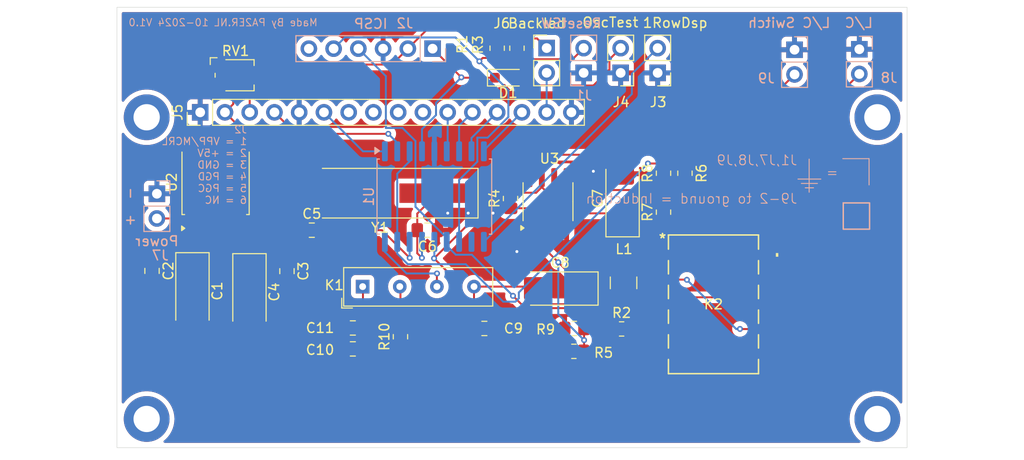
<source format=kicad_pcb>
(kicad_pcb (version 20240108) (generator "pcbnew") (generator_version "8.0")
  (layers (0 "F.Cu" signal) (31 "B.Cu" signal) (34 "B.Paste" user) (35 "F.Paste" user) (36 "B.SilkS" user "B.Silkscreen") (37 "F.SilkS" user "F.Silkscreen") (38 "B.Mask" user) (39 "F.Mask" user) (44 "Edge.Cuts" user))
  (net 0 "")
  (net 1 "GND")
  (net 2 "+5-12V")
  (net 3 "+5V")
  (net 4 "Net-(U1-OSC1{slash}CLKIN)")
  (net 5 "Net-(U1-OSC2{slash}CLKOUT)")
  (net 6 "Net-(U3--)")
  (net 7 "Net-(U3-+)")
  (net 8 "Net-(C8-Pad2)")
  (net 9 "Net-(C10-Pad1)")
  (net 10 "Net-(D1-A)")
  (net 11 "VPP{slash}MCRL")
  (net 12 "PGC")
  (net 13 "PGD")
  (net 14 "RB4")
  (net 15 "RB6")
  (net 16 "RB2")
  (net 19 "RA3")
  (net 20 "RB0")
  (net 21 "RB3")
  (net 22 "RB1")
  (net 24 "Net-(J5-Pin_3)")
  (net 25 "Net-(J5-Pin_15)")
  (net 27 "RA2")
  (net 28 "L{slash}C")
  (net 29 "L{slash}C SW")
  (net 32 "Net-(K2-Pad2)")
  (net 33 "RB7")
  (net 34 "Net-(R4-Pad2)")
  (net 35 "RA4")
  (net 37 "RA1")
  (net 38 "Net-(U3-BAL)")
  (net 40 "Net-(K1-Pad3)")
  (footprint "Capacitor_Tantalum_SMD:CP_EIA-6032-28_Kemet-C_Pad2.25x2.35mm_HandSolder" (layer "F.Cu") (at 144.6 81.1 180)
    (property "Reference" "C8" (at -0.05 2.65 0) (layer "F.SilkS"))
    (property "Value" "10uf 25V")
    (pad "1" smd roundrect (at -2.55 0 180) (size 2.25 2.35) (layers "F.Cu" "F.Paste" "F.Mask") (roundrect_rratio 0.111111) (net 7 "Net-(U3-+)"))
    (pad "2" smd roundrect (at 2.55 0 180) (size 2.25 2.35) (layers "F.Cu" "F.Paste" "F.Mask") (roundrect_rratio 0.111111) (net 8 "Net-(C8-Pad2)"))
  )
  (footprint "Potentiometer_SMD:Potentiometer_Bourns_TC33X_Vertical" (layer "F.Cu") (at 111.326 59.182)
    (property "Reference" "RV1" (at 0 -2.5 0) (layer "F.SilkS"))
    (property "Value" "10K")
    (pad "1" smd rect (at -1.8 -1) (size 1.2 1.2) (layers "F.Cu" "F.Paste" "F.Mask") (net 3 "+5V"))
    (pad "2" smd rect (at 1.45 0) (size 1.5 1.6) (layers "F.Cu" "F.Paste" "F.Mask") (net 24 "Net-(J5-Pin_3)"))
    (pad "3" smd rect (at -1.8 1) (size 1.2 1.2) (layers "F.Cu" "F.Paste" "F.Mask") (net 1 "GND"))
  )
  (footprint "Resistor_SMD:R_0805_2012Metric_Pad1.20x1.40mm_HandSolder" (layer "F.Cu") (at 157.45 69.25 90)
    (property "Reference" "R6" (at 0 1.7 90) (layer "F.SilkS"))
    (property "Value" "1K")
    (pad "1" smd roundrect (at -1 0 90) (size 1.2 1.4) (layers "F.Cu" "F.Paste" "F.Mask") (roundrect_rratio 0.208333) (net 34 "Net-(R4-Pad2)"))
    (pad "2" smd roundrect (at 1 0 90) (size 1.2 1.4) (layers "F.Cu" "F.Paste" "F.Mask") (roundrect_rratio 0.208333) (net 3 "+5V"))
  )
  (footprint "Resistor_SMD:R_0805_2012Metric_Pad1.20x1.40mm_HandSolder" (layer "F.Cu") (at 139.55 71.85 90)
    (property "Reference" "R4" (at 0 -1.65 90) (layer "F.SilkS"))
    (property "Value" "100K")
    (pad "1" smd roundrect (at -1 0 90) (size 1.2 1.4) (layers "F.Cu" "F.Paste" "F.Mask") (roundrect_rratio 0.208333) (net 7 "Net-(U3-+)"))
    (pad "2" smd roundrect (at 1 0 90) (size 1.2 1.4) (layers "F.Cu" "F.Paste" "F.Mask") (roundrect_rratio 0.208333) (net 34 "Net-(R4-Pad2)"))
  )
  (footprint "Capacitor_SMD:C_0805_2012Metric_Pad1.18x1.45mm_HandSolder" (layer "F.Cu") (at 119.15 75.1)
    (property "Reference" "C5" (at 0 -1.68 0) (layer "F.SilkS"))
    (property "Value" "20pF")
    (pad "1" smd roundrect (at -1.0375 0) (size 1.175 1.45) (layers "F.Cu" "F.Paste" "F.Mask") (roundrect_rratio 0.212766) (net 1 "GND"))
    (pad "2" smd roundrect (at 1.0375 0) (size 1.175 1.45) (layers "F.Cu" "F.Paste" "F.Mask") (roundrect_rratio 0.212766) (net 4 "Net-(U1-OSC1{slash}CLKIN)"))
  )
  (footprint "TQ2SA-5V:RELAY_TQ2_SA_PAN-L" (layer "F.Cu") (at 160.3784 82.72)
    (property "Reference" "K2" (at 0 0 0) (layer "F.SilkS"))
    (property "Value" "TQ2SA-5V")
    (fp_text user "*" (at -5.2324 -6.731 0) (layer "F.SilkS"))
    (fp_text user "*" (at -5.2324 -6.731 0) (layer "F.SilkS"))
    (pad "1" smd rect (at -4.9784 -5.08) (size 2.3368 0.508) (layers "F.Cu" "F.Paste" "F.Mask") (net 3 "+5V"))
    (pad "2" smd rect (at -4.9784 -2.54) (size 2.3368 0.508) (layers "F.Cu" "F.Paste" "F.Mask") (net 32 "Net-(K2-Pad2)"))
    (pad "3" smd rect (at -4.9784 0) (size 2.3368 0.508) (layers "F.Cu" "F.Paste" "F.Mask") (net 1 "GND"))
    (pad "4" smd rect (at -4.9784 2.54) (size 2.3368 0.508) (layers "F.Cu" "F.Paste" "F.Mask") (net 33 "RB7"))
    (pad "5" smd rect (at -4.9784 5.08) (size 2.3368 0.508) (layers "F.Cu" "F.Paste" "F.Mask"))
    (pad "6" smd rect (at 4.9784 5.08) (size 2.3368 0.508) (layers "F.Cu" "F.Paste" "F.Mask"))
    (pad "7" smd rect (at 4.9784 2.54) (size 2.3368 0.508) (layers "F.Cu" "F.Paste" "F.Mask") (net 32 "Net-(K2-Pad2)"))
    (pad "8" smd rect (at 4.9784 0) (size 2.3368 0.508) (layers "F.Cu" "F.Paste" "F.Mask") (net 28 "L{slash}C"))
    (pad "9" smd rect (at 4.9784 -2.54) (size 2.3368 0.508) (layers "F.Cu" "F.Paste" "F.Mask") (net 8 "Net-(C8-Pad2)"))
    (pad "10" smd rect (at 4.9784 -5.08) (size 2.3368 0.508) (layers "F.Cu" "F.Paste" "F.Mask") (net 29 "L{slash}C SW"))
  )
  (footprint "Resistor_SMD:R_0805_2012Metric_Pad1.20x1.40mm_HandSolder" (layer "F.Cu") (at 146.05 87.55 180)
    (property "Reference" "R5" (at -3.05 -0.15 0) (layer "F.SilkS"))
    (property "Value" "100K")
    (pad "1" smd roundrect (at -1 0 180) (size 1.2 1.4) (layers "F.Cu" "F.Paste" "F.Mask") (roundrect_rratio 0.208333) (net 7 "Net-(U3-+)"))
    (pad "2" smd roundrect (at 1 0 180) (size 1.2 1.4) (layers "F.Cu" "F.Paste" "F.Mask") (roundrect_rratio 0.208333) (net 3 "+5V"))
  )
  (footprint "Capacitor_SMD:C_0805_2012Metric_Pad1.18x1.45mm_HandSolder" (layer "F.Cu") (at 136.8625 85.2)
    (property "Reference" "C9" (at 2.9875 0 0) (layer "F.SilkS"))
    (property "Value" "1000pF 1%")
    (pad "1" smd roundrect (at -1.0375 0) (size 1.175 1.45) (layers "F.Cu" "F.Paste" "F.Mask") (roundrect_rratio 0.212766) (net 8 "Net-(C8-Pad2)"))
    (pad "2" smd roundrect (at 1.0375 0) (size 1.175 1.45) (layers "F.Cu" "F.Paste" "F.Mask") (roundrect_rratio 0.212766) (net 1 "GND"))
  )
  (footprint "Connector_PinHeader_2.54mm:PinHeader_1x02_P2.54mm_Vertical" (layer "F.Cu") (at 154.65 58.938 180)
    (property "Reference" "J3" (at -0.05 -3.012 0) (layer "F.SilkS"))
    (property "Value" "1RowDsp" (at -1.8 5.138 0) (layer "F.SilkS"))
    (pad "1" thru_hole rect (at 0 0 180) (size 1.7 1.7) (drill 1) (layers "*.Cu" "*.Mask") (net 1 "GND"))
    (pad "2" thru_hole oval (at 0 2.54 180) (size 1.7 1.7) (drill 1) (layers "*.Cu" "*.Mask") (net 14 "RB4"))
  )
  (footprint "Capacitor_Tantalum_SMD:CP_EIA-6032-28_Kemet-C_Pad2.25x2.35mm_HandSolder" (layer "F.Cu") (at 112.75 81.45 -90)
    (property "Reference" "C4" (at 0 -2.55 90) (layer "F.SilkS"))
    (property "Value" "10uf 25V")
    (pad "1" smd roundrect (at -2.55 0 270) (size 2.25 2.35) (layers "F.Cu" "F.Paste" "F.Mask") (roundrect_rratio 0.111111) (net 3 "+5V"))
    (pad "2" smd roundrect (at 2.55 0 270) (size 2.25 2.35) (layers "F.Cu" "F.Paste" "F.Mask") (roundrect_rratio 0.111111) (net 1 "GND"))
  )
  (footprint "Inductor_SMD:L_1210_3225Metric_Pad1.42x2.65mm_HandSolder" (layer "F.Cu") (at 151.15 80.5125 -90)
    (property "Reference" "L1" (at -3.4625 -0.05 180) (layer "F.SilkS"))
    (property "Value" "82uH")
    (pad "1" smd roundrect (at -1.4875 0 270) (size 1.425 2.65) (layers "F.Cu" "F.Paste" "F.Mask") (roundrect_rratio 0.175439) (net 32 "Net-(K2-Pad2)"))
    (pad "2" smd roundrect (at 1.4875 0 270) (size 1.425 2.65) (layers "F.Cu" "F.Paste" "F.Mask") (roundrect_rratio 0.175439) (net 8 "Net-(C8-Pad2)"))
  )
  (footprint "MountingHole:MountingHole_2.7mm_M2.5_DIN965_Pad" (layer "F.Cu") (at 102.2 63.5)
    (property "Reference" "REF**" (hide yes))
    (property "Value" "MountingHole_2.7mm_M2.5_DIN965_Pad")
    (pad "1" thru_hole circle (at 0 0) (size 4.7 4.7) (drill 2.7) (layers "*.Cu" "*.Mask"))
  )
  (footprint "Resistor_SMD:R_0805_2012Metric_Pad1.20x1.40mm_HandSolder" (layer "F.Cu") (at 155.25 73.25 90)
    (property "Reference" "R7" (at 0 -1.65 90) (layer "F.SilkS"))
    (property "Value" "47K")
    (pad "1" smd roundrect (at -1 0 90) (size 1.2 1.4) (layers "F.Cu" "F.Paste" "F.Mask") (roundrect_rratio 0.208333) (net 6 "Net-(U3--)"))
    (pad "2" smd roundrect (at 1 0 90) (size 1.2 1.4) (layers "F.Cu" "F.Paste" "F.Mask") (roundrect_rratio 0.208333) (net 34 "Net-(R4-Pad2)"))
  )
  (footprint "Package_TO_SOT_SMD:TO-252-3_TabPin2" (layer "F.Cu") (at 109.275 70.185 90)
    (property "Reference" "U2" (at 0 -4.5 90) (layer "F.SilkS"))
    (property "Value" "L7805")
    (pad "1" smd roundrect (at -5.04 -2.28 90) (size 2.2 1.2) (layers "F.Cu" "F.Paste" "F.Mask") (roundrect_rratio 0.208333) (net 2 "+5-12V"))
    (pad "2" smd roundrect (at -5.04 0 90) (size 2.2 1.2) (layers "F.Cu" "F.Paste" "F.Mask") (roundrect_rratio 0.208333) (net 1 "GND"))
    (pad "2" smd roundrect (at -0.415 -1.525 90) (size 3.05 2.75) (layers "F.Cu" "F.Paste") (roundrect_rratio 0.090909) (net 1 "GND"))
    (pad "2" smd roundrect (at -0.415 1.525 90) (size 3.05 2.75) (layers "F.Cu" "F.Paste") (roundrect_rratio 0.090909) (net 1 "GND"))
    (pad "2" smd roundrect (at 1.26 0 90) (size 6.4 5.8) (layers "F.Cu" "F.Mask") (roundrect_rratio 0.043103) (net 1 "GND"))
    (pad "2" smd roundrect (at 2.935 -1.525 90) (size 3.05 2.75) (layers "F.Cu" "F.Paste") (roundrect_rratio 0.090909) (net 1 "GND"))
    (pad "2" smd roundrect (at 2.935 1.525 90) (size 3.05 2.75) (layers "F.Cu" "F.Paste") (roundrect_rratio 0.090909) (net 1 "GND"))
    (pad "3" smd roundrect (at -5.04 2.28 90) (size 2.2 1.2) (layers "F.Cu" "F.Paste" "F.Mask") (roundrect_rratio 0.208333) (net 3 "+5V"))
  )
  (footprint "Capacitor_SMD:C_0805_2012Metric_Pad1.18x1.45mm_HandSolder" (layer "F.Cu") (at 131.0125 75.1 180)
    (property "Reference" "C6" (at 0 -1.68 0) (layer "F.SilkS"))
    (property "Value" "20pF")
    (pad "1" smd roundrect (at -1.0375 0 180) (size 1.175 1.45) (layers "F.Cu" "F.Paste" "F.Mask") (roundrect_rratio 0.212766) (net 1 "GND"))
    (pad "2" smd roundrect (at 1.0375 0 180) (size 1.175 1.45) (layers "F.Cu" "F.Paste" "F.Mask") (roundrect_rratio 0.212766) (net 5 "Net-(U1-OSC2{slash}CLKOUT)"))
  )
  (footprint "Resistor_SMD:R_0805_2012Metric_Pad1.20x1.40mm_HandSolder" (layer "F.Cu") (at 138.176 56.404 90)
    (property "Reference" "R1" (at 0.404 -3.576 90) (layer "F.SilkS"))
    (property "Value" "10K")
    (pad "1" smd roundrect (at -1 0 90) (size 1.2 1.4) (layers "F.Cu" "F.Paste" "F.Mask") (roundrect_rratio 0.208333) (net 12 "PGC"))
    (pad "2" smd roundrect (at 1 0 90) (size 1.2 1.4) (layers "F.Cu" "F.Paste" "F.Mask") (roundrect_rratio 0.208333) (net 15 "RB6"))
  )
  (footprint "MountingHole:MountingHole_2.7mm_M2.5_DIN965_Pad" (layer "F.Cu") (at 102.2 94.5)
    (property "Reference" "REF**" (hide yes))
    (property "Value" "MountingHole_2.7mm_M2.5_DIN965_Pad")
    (pad "1" thru_hole circle (at 0 0) (size 4.7 4.7) (drill 2.7) (layers "*.Cu" "*.Mask"))
  )
  (footprint "MountingHole:MountingHole_2.7mm_M2.5_DIN965_Pad" (layer "F.Cu") (at 177.2 94.5)
    (property "Reference" "REF**" (hide yes))
    (property "Value" "MountingHole_2.7mm_M2.5_DIN965_Pad")
    (pad "1" thru_hole circle (at 0 0) (size 4.7 4.7) (drill 2.7) (layers "*.Cu" "*.Mask"))
  )
  (footprint "Capacitor_Tantalum_SMD:CP_EIA-6032-28_Kemet-C_Pad2.25x2.35mm_HandSolder" (layer "F.Cu") (at 151.05 71.85 90)
    (property "Reference" "C7" (at 0 -2.55 90) (layer "F.SilkS"))
    (property "Value" "10uf 25V")
    (pad "1" smd roundrect (at -2.55 0 90) (size 2.25 2.35) (layers "F.Cu" "F.Paste" "F.Mask") (roundrect_rratio 0.111111) (net 6 "Net-(U3--)"))
    (pad "2" smd roundrect (at 2.55 0 90) (size 2.25 2.35) (layers "F.Cu" "F.Paste" "F.Mask") (roundrect_rratio 0.111111) (net 1 "GND"))
  )
  (footprint "Resistor_SMD:R_0805_2012Metric_Pad1.20x1.40mm_HandSolder" (layer "F.Cu") (at 146.1 85.2)
    (property "Reference" "R9" (at -2.95 0.1 0) (layer "F.SilkS"))
    (property "Value" "100K")
    (pad "1" smd roundrect (at -1 0) (size 1.2 1.4) (layers "F.Cu" "F.Paste" "F.Mask") (roundrect_rratio 0.208333) (net 1 "GND"))
    (pad "2" smd roundrect (at 1 0) (size 1.2 1.4) (layers "F.Cu" "F.Paste" "F.Mask") (roundrect_rratio 0.208333) (net 7 "Net-(U3-+)"))
  )
  (footprint "Resistor_SMD:R_0805_2012Metric_Pad1.20x1.40mm_HandSolder" (layer "F.Cu") (at 128.25 86.05 90)
    (property "Reference" "R10" (at 0 -1.65 90) (layer "F.SilkS"))
    (property "Value" "100")
    (pad "1" smd roundrect (at -1 0 90) (size 1.2 1.4) (layers "F.Cu" "F.Paste" "F.Mask") (roundrect_rratio 0.208333) (net 3 "+5V"))
    (pad "2" smd roundrect (at 1 0 90) (size 1.2 1.4) (layers "F.Cu" "F.Paste" "F.Mask") (roundrect_rratio 0.208333) (net 40 "Net-(K1-Pad3)"))
  )
  (footprint "Resistor_SMD:R_0805_2012Metric_Pad1.20x1.40mm_HandSolder" (layer "F.Cu") (at 140.208 56.404 -90)
    (property "Reference" "R3" (at -0.354 4.008 90) (layer "F.SilkS"))
    (property "Value" "10K")
    (pad "1" smd roundrect (at -1 0 270) (size 1.2 1.4) (layers "F.Cu" "F.Paste" "F.Mask") (roundrect_rratio 0.208333) (net 3 "+5V"))
    (pad "2" smd roundrect (at 1 0 270) (size 1.2 1.4) (layers "F.Cu" "F.Paste" "F.Mask") (roundrect_rratio 0.208333) (net 10 "Net-(D1-A)"))
  )
  (footprint "MountingHole:MountingHole_2.7mm_M2.5_DIN965_Pad" (layer "F.Cu") (at 177.2 63.5)
    (property "Reference" "REF**" (hide yes))
    (property "Value" "MountingHole_2.7mm_M2.5_DIN965_Pad")
    (pad "1" thru_hole circle (at 0 0) (size 4.7 4.7) (drill 2.7) (layers "*.Cu" "*.Mask"))
  )
  (footprint "Capacitor_Tantalum_SMD:CP_EIA-6032-28_Kemet-C_Pad2.25x2.35mm_HandSolder" (layer "F.Cu") (at 106.9 81.35 -90)
    (property "Reference" "C1" (at 0 -2.55 90) (layer "F.SilkS"))
    (property "Value" "10uf 25V")
    (pad "1" smd roundrect (at -2.55 0 270) (size 2.25 2.35) (layers "F.Cu" "F.Paste" "F.Mask") (roundrect_rratio 0.111111) (net 2 "+5-12V"))
    (pad "2" smd roundrect (at 2.55 0 270) (size 2.25 2.35) (layers "F.Cu" "F.Paste" "F.Mask") (roundrect_rratio 0.111111) (net 1 "GND"))
  )
  (footprint "Connector_PinHeader_2.54mm:PinHeader_1x16_P2.54mm_Vertical" (layer "F.Cu") (at 107.696 62.992 90)
    (property "Reference" "J5" (at 0 -2.33 90) (layer "F.SilkS"))
    (property "Value" "Display")
    (pad "1" thru_hole rect (at 0 0 90) (size 1.7 1.7) (drill 1) (layers "*.Cu" "*.Mask") (net 1 "GND"))
    (pad "2" thru_hole oval (at 0 2.54 90) (size 1.7 1.7) (drill 1) (layers "*.Cu" "*.Mask") (net 3 "+5V"))
    (pad "3" thru_hole oval (at 0 5.08 90) (size 1.7 1.7) (drill 1) (layers "*.Cu" "*.Mask") (net 24 "Net-(J5-Pin_3)"))
    (pad "4" thru_hole oval (at 0 7.62 90) (size 1.7 1.7) (drill 1) (layers "*.Cu" "*.Mask") (net 19 "RA3"))
    (pad "5" thru_hole oval (at 0 10.16 90) (size 1.7 1.7) (drill 1) (layers "*.Cu" "*.Mask") (net 1 "GND"))
    (pad "6" thru_hole oval (at 0 12.7 90) (size 1.7 1.7) (drill 1) (layers "*.Cu" "*.Mask") (net 27 "RA2"))
    (pad "7" thru_hole oval (at 0 15.24 90) (size 1.7 1.7) (drill 1) (layers "*.Cu" "*.Mask"))
    (pad "8" thru_hole oval (at 0 17.78 90) (size 1.7 1.7) (drill 1) (layers "*.Cu" "*.Mask"))
    (pad "9" thru_hole oval (at 0 20.32 90) (size 1.7 1.7) (drill 1) (layers "*.Cu" "*.Mask"))
    (pad "10" thru_hole oval (at 0 22.86 90) (size 1.7 1.7) (drill 1) (layers "*.Cu" "*.Mask"))
    (pad "11" thru_hole oval (at 0 25.4 90) (size 1.7 1.7) (drill 1) (layers "*.Cu" "*.Mask") (net 20 "RB0"))
    (pad "12" thru_hole oval (at 0 27.94 90) (size 1.7 1.7) (drill 1) (layers "*.Cu" "*.Mask") (net 22 "RB1"))
    (pad "13" thru_hole oval (at 0 30.48 90) (size 1.7 1.7) (drill 1) (layers "*.Cu" "*.Mask") (net 16 "RB2"))
    (pad "14" thru_hole oval (at 0 33.02 90) (size 1.7 1.7) (drill 1) (layers "*.Cu" "*.Mask") (net 21 "RB3"))
    (pad "15" thru_hole oval (at 0 35.56 90) (size 1.7 1.7) (drill 1) (layers "*.Cu" "*.Mask") (net 25 "Net-(J5-Pin_15)"))
    (pad "16" thru_hole oval (at 0 38.1 90) (size 1.7 1.7) (drill 1) (layers "*.Cu" "*.Mask") (net 1 "GND"))
  )
  (footprint "Resistor_SMD:R_0805_2012Metric_Pad1.20x1.40mm_HandSolder" (layer "F.Cu") (at 155.25 69.25 90)
    (property "Reference" "R8" (at 0 -1.65 90) (layer "F.SilkS"))
    (property "Value" "6.8K")
    (pad "1" smd roundrect (at -1 0 90) (size 1.2 1.4) (layers "F.Cu" "F.Paste" "F.Mask") (roundrect_rratio 0.208333) (net 34 "Net-(R4-Pad2)"))
    (pad "2" smd roundrect (at 1 0 90) (size 1.2 1.4) (layers "F.Cu" "F.Paste" "F.Mask") (roundrect_rratio 0.208333) (net 35 "RA4"))
  )
  (footprint "Relay_THT:Relay_SPST_StandexMeder_MS_Form1AB" (layer "F.Cu") (at 124.37 80.9)
    (property "Reference" "K1" (at -2.92 -0.15 0) (layer "F.SilkS"))
    (property "Value" "SIP-1A05D")
    (pad "1" thru_hole rect (at 0 0) (size 1.4 1.4) (drill 0.7) (layers "*.Cu" "*.Mask") (net 9 "Net-(C10-Pad1)"))
    (pad "3" thru_hole circle (at 3.81 0) (size 1.4 1.4) (drill 0.7) (layers "*.Cu" "*.Mask") (net 40 "Net-(K1-Pad3)"))
    (pad "5" thru_hole circle (at 7.62 0) (size 1.4 1.4) (drill 0.7) (layers "*.Cu" "*.Mask") (net 37 "RA1"))
    (pad "7" thru_hole circle (at 11.43 0) (size 1.4 1.4) (drill 0.7) (layers "*.Cu" "*.Mask") (net 8 "Net-(C8-Pad2)"))
  )
  (footprint "Capacitor_SMD:C_0805_2012Metric_Pad1.18x1.45mm_HandSolder" (layer "F.Cu") (at 123.3625 85.15 180)
    (property "Reference" "C11" (at 3.3625 0 0) (layer "F.SilkS"))
    (property "Value" "1000pF")
    (pad "1" smd roundrect (at -1.0375 0 180) (size 1.175 1.45) (layers "F.Cu" "F.Paste" "F.Mask") (roundrect_rratio 0.212766) (net 9 "Net-(C10-Pad1)"))
    (pad "2" smd roundrect (at 1.0375 0 180) (size 1.175 1.45) (layers "F.Cu" "F.Paste" "F.Mask") (roundrect_rratio 0.212766) (net 1 "GND"))
  )
  (footprint "Crystal:Crystal_SMD_HC49-SD_HandSoldering" (layer "F.Cu") (at 126.1375 71.3 180)
    (property "Reference" "Y1" (at 0 -3.55 0) (layer "F.SilkS"))
    (property "Value" "4MHz 20PF")
    (pad "1" smd rect (at -5.9375 0 180) (size 7.875 2) (layers "F.Cu" "F.Paste" "F.Mask") (net 5 "Net-(U1-OSC2{slash}CLKOUT)"))
    (pad "2" smd rect (at 5.9375 0 180) (size 7.875 2) (layers "F.Cu" "F.Paste" "F.Mask") (net 4 "Net-(U1-OSC1{slash}CLKIN)"))
  )
  (footprint "Diode_SMD:D_SOD-323_HandSoldering" (layer "F.Cu") (at 139.192 59.436)
    (property "Reference" "D1" (at 0.108 1.564 0) (layer "F.SilkS"))
    (property "Value" "1N4148WX-TP")
    (pad "1" smd roundrect (at -1.25 0) (size 1 1) (layers "F.Cu" "F.Paste" "F.Mask") (net 11 "VPP{slash}MCRL"))
    (pad "2" smd roundrect (at 1.25 0) (size 1 1) (layers "F.Cu" "F.Paste" "F.Mask") (net 10 "Net-(D1-A)"))
  )
  (footprint "Capacitor_SMD:C_0805_2012Metric_Pad1.18x1.45mm_HandSolder" (layer "F.Cu") (at 123.3625 87.3 180)
    (property "Reference" "C10" (at 3.3625 -0.1 0) (layer "F.SilkS"))
    (property "Value" "100pF")
    (pad "1" smd roundrect (at -1.0375 0 180) (size 1.175 1.45) (layers "F.Cu" "F.Paste" "F.Mask") (roundrect_rratio 0.212766) (net 9 "Net-(C10-Pad1)"))
    (pad "2" smd roundrect (at 1.0375 0 180) (size 1.175 1.45) (layers "F.Cu" "F.Paste" "F.Mask") (roundrect_rratio 0.212766) (net 1 "GND"))
  )
  (footprint "Connector_PinHeader_2.54mm:PinHeader_1x02_P2.54mm_Vertical" (layer "F.Cu") (at 143.256 56.388)
    (property "Reference" "J6" (at -4.606 -2.538 0) (layer "F.SilkS"))
    (property "Value" "Backled" (at -1.016 -2.54 180) (layer "F.SilkS"))
    (pad "1" thru_hole rect (at 0 0) (size 1.7 1.7) (drill 1) (layers "*.Cu" "*.Mask") (net 3 "+5V"))
    (pad "2" thru_hole oval (at 0 2.54) (size 1.7 1.7) (drill 1) (layers "*.Cu" "*.Mask") (net 25 "Net-(J5-Pin_15)"))
  )
  (footprint "Capacitor_SMD:C_0805_2012Metric_Pad1.18x1.45mm_HandSolder" (layer "F.Cu") (at 116.6 79.3125 -90)
    (property "Reference" "C3" (at 0 -1.68 90) (layer "F.SilkS"))
    (property "Value" "0.1uf")
    (pad "1" smd roundrect (at -1.0375 0 270) (size 1.175 1.45) (layers "F.Cu" "F.Paste" "F.Mask") (roundrect_rratio 0.212766) (net 3 "+5V"))
    (pad "2" smd roundrect (at 1.0375 0 270) (size 1.175 1.45) (layers "F.Cu" "F.Paste" "F.Mask") (roundrect_rratio 0.212766) (net 1 "GND"))
  )
  (footprint "Resistor_SMD:R_0805_2012Metric_Pad1.20x1.40mm_HandSolder" (layer "F.Cu") (at 150.95 85.25)
    (property "Reference" "R2" (at 0 -1.65 0) (layer "F.SilkS"))
    (property "Value" "10K")
    (pad "1" smd roundrect (at -1 0) (size 1.2 1.4) (layers "F.Cu" "F.Paste" "F.Mask") (roundrect_rratio 0.208333) (net 13 "PGD"))
    (pad "2" smd roundrect (at 1 0) (size 1.2 1.4) (layers "F.Cu" "F.Paste" "F.Mask") (roundrect_rratio 0.208333) (net 33 "RB7"))
  )
  (footprint "Package_SO:SOIC-8_3.9x4.9mm_P1.27mm" (layer "F.Cu") (at 143.395 72.175 90)
    (property "Reference" "U3" (at 4.425 0.155 180) (layer "F.SilkS"))
    (property "Value" "LM311DR")
    (pad "1" smd roundrect (at -2.475 -1.905 90) (size 1.95 0.6) (layers "F.Cu" "F.Paste" "F.Mask") (net 1 "GND"))
    (pad "2" smd roundrect (at -2.475 -0.635 90) (size 1.95 0.6) (layers "F.Cu" "F.Paste" "F.Mask") (net 7 "Net-(U3-+)"))
    (pad "3" smd roundrect (at -2.475 0.635 90) (size 1.95 0.6) (layers "F.Cu" "F.Paste" "F.Mask") (net 6 "Net-(U3--)"))
    (pad "4" smd roundrect (at -2.475 1.905 90) (size 1.95 0.6) (layers "F.Cu" "F.Paste" "F.Mask") (net 1 "GND"))
    (pad "5" smd roundrect (at 2.475 1.905 90) (size 1.95 0.6) (layers "F.Cu" "F.Paste" "F.Mask") (net 38 "Net-(U3-BAL)"))
    (pad "6" smd roundrect (at 2.475 0.635 90) (size 1.95 0.6) (layers "F.Cu" "F.Paste" "F.Mask") (net 38 "Net-(U3-BAL)"))
    (pad "7" smd roundrect (at 2.475 -0.635 90) (size 1.95 0.6) (layers "F.Cu" "F.Paste" "F.Mask") (net 34 "Net-(R4-Pad2)"))
    (pad "8" smd roundrect (at 2.475 -1.905 90) (size 1.95 0.6) (layers "F.Cu" "F.Paste" "F.Mask") (net 3 "+5V"))
  )
  (footprint "Capacitor_SMD:C_0805_2012Metric_Pad1.18x1.45mm_HandSolder" (layer "F.Cu") (at 102.75 79.2875 -90)
    (property "Reference" "C2" (at 0 -1.68 90) (layer "F.SilkS"))
    (property "Value" "0.33uf")
    (pad "1" smd roundrect (at -1.0375 0 270) (size 1.175 1.45) (layers "F.Cu" "F.Paste" "F.Mask") (roundrect_rratio 0.212766) (net 2 "+5-12V"))
    (pad "2" smd roundrect (at 1.0375 0 270) (size 1.175 1.45) (layers "F.Cu" "F.Paste" "F.Mask") (roundrect_rratio 0.212766) (net 1 "GND"))
  )
  (footprint "Connector_PinHeader_2.54mm:PinHeader_1x02_P2.54mm_Vertical" (layer "F.Cu") (at 150.852 58.938 180)
    (property "Reference" "J4" (at -0.048 -3.012 0) (layer "F.SilkS"))
    (property "Value" "OscTest" (at 1.052 5.188 0) (layer "F.SilkS"))
    (pad "1" thru_hole rect (at 0 0 180) (size 1.7 1.7) (drill 1) (layers "*.Cu" "*.Mask") (net 1 "GND"))
    (pad "2" thru_hole oval (at 0 2.54 180) (size 1.7 1.7) (drill 1) (layers "*.Cu" "*.Mask") (net 15 "RB6"))
  )
  (footprint "Package_SO:SOIC-18W_7.5x11.6mm_P1.27mm" (layer "B.Cu") (at 131.73 71.65 -90)
    (property "Reference" "U1" (at 0 6.72 90) (layer "B.SilkS") (effects (justify mirror)))
    (property "Value" "PIC16F84A-XXSO")
    (pad "1" smd roundrect (at -4.65 5.08 270) (size 2.05 0.6) (layers "B.Cu" "B.Paste" "B.Mask") (net 27 "RA2"))
    (pad "2" smd roundrect (at -4.65 3.81 270) (size 2.05 0.6) (layers "B.Cu" "B.Paste" "B.Mask") (net 19 "RA3"))
    (pad "3" smd roundrect (at -4.65 2.54 270) (size 2.05 0.6) (layers "B.Cu" "B.Paste" "B.Mask") (net 35 "RA4"))
    (pad "4" smd roundrect (at -4.65 1.27 270) (size 2.05 0.6) (layers "B.Cu" "B.Paste" "B.Mask") (net 11 "VPP{slash}MCRL"))
    (pad "5" smd roundrect (at -4.65 0 270) (size 2.05 0.6) (layers "B.Cu" "B.Paste" "B.Mask") (net 1 "GND"))
    (pad "6" smd roundrect (at -4.65 -1.27 270) (size 2.05 0.6) (layers "B.Cu" "B.Paste" "B.Mask") (net 20 "RB0"))
    (pad "7" smd roundrect (at -4.65 -2.54 270) (size 2.05 0.6) (layers "B.Cu" "B.Paste" "B.Mask") (net 22 "RB1"))
    (pad "8" smd roundrect (at -4.65 -3.81 270) (size 2.05 0.6) (layers "B.Cu" "B.Paste" "B.Mask") (net 16 "RB2"))
    (pad "9" smd roundrect (at -4.65 -5.08 270) (size 2.05 0.6) (layers "B.Cu" "B.Paste" "B.Mask") (net 21 "RB3"))
    (pad "10" smd roundrect (at 4.65 -5.08 270) (size 2.05 0.6) (layers "B.Cu" "B.Paste" "B.Mask") (net 14 "RB4"))
    (pad "11" smd roundrect (at 4.65 -3.81 270) (size 2.05 0.6) (layers "B.Cu" "B.Paste" "B.Mask"))
    (pad "12" smd roundrect (at 4.65 -2.54 270) (size 2.05 0.6) (layers "B.Cu" "B.Paste" "B.Mask") (net 12 "PGC"))
    (pad "13" smd roundrect (at 4.65 -1.27 270) (size 2.05 0.6) (layers "B.Cu" "B.Paste" "B.Mask") (net 13 "PGD"))
    (pad "14" smd roundrect (at 4.65 0 270) (size 2.05 0.6) (layers "B.Cu" "B.Paste" "B.Mask") (net 3 "+5V"))
    (pad "15" smd roundrect (at 4.65 1.27 270) (size 2.05 0.6) (layers "B.Cu" "B.Paste" "B.Mask") (net 5 "Net-(U1-OSC2{slash}CLKOUT)"))
    (pad "16" smd roundrect (at 4.65 2.54 270) (size 2.05 0.6) (layers "B.Cu" "B.Paste" "B.Mask") (net 4 "Net-(U1-OSC1{slash}CLKIN)"))
    (pad "17" smd roundrect (at 4.65 3.81 270) (size 2.05 0.6) (layers "B.Cu" "B.Paste" "B.Mask") (net 35 "RA4"))
    (pad "18" smd roundrect (at 4.65 5.08 270) (size 2.05 0.6) (layers "B.Cu" "B.Paste" "B.Mask") (net 37 "RA1"))
  )
  (footprint "Connector_PinHeader_2.54mm:PinHeader_1x02_P2.54mm_Vertical" (layer "B.Cu") (at 103.25 71.36 180)
    (property "Reference" "J7" (at -0.35 -6.34 0) (layer "B.SilkS") (effects (justify mirror)))
    (property "Value" "Power" (at 0 -4.87 0) (layer "B.SilkS") (effects (justify mirror)))
    (pad "1" thru_hole rect (at 0 0 180) (size 1.7 1.7) (drill 1) (layers "*.Cu" "*.Mask") (net 1 "GND"))
    (pad "2" thru_hole oval (at 0 -2.54 180) (size 1.7 1.7) (drill 1) (layers "*.Cu" "*.Mask") (net 2 "+5-12V"))
  )
  (footprint "Connector_PinHeader_2.54mm:PinHeader_1x06_P2.54mm_Vertical" (layer "B.Cu") (at 131.55 56.45 90)
    (property "Reference" "J2" (at 2.6 -2.85 0) (layer "B.SilkS") (effects (justify mirror)))
    (property "Value" "ICSP" (at 2.55 -6.35 0) (layer "B.SilkS") (effects (justify mirror)))
    (pad "1" thru_hole rect (at 0 0 90) (size 1.7 1.7) (drill 1) (layers "*.Cu" "*.Mask") (net 11 "VPP{slash}MCRL"))
    (pad "2" thru_hole oval (at 0 -2.54 90) (size 1.7 1.7) (drill 1) (layers "*.Cu" "*.Mask") (net 3 "+5V"))
    (pad "3" thru_hole oval (at 0 -5.08 90) (size 1.7 1.7) (drill 1) (layers "*.Cu" "*.Mask") (net 1 "GND"))
    (pad "4" thru_hole oval (at 0 -7.62 90) (size 1.7 1.7) (drill 1) (layers "*.Cu" "*.Mask") (net 13 "PGD"))
    (pad "5" thru_hole oval (at 0 -10.16 90) (size 1.7 1.7) (drill 1) (layers "*.Cu" "*.Mask") (net 12 "PGC"))
    (pad "6" thru_hole oval (at 0 -12.7 90) (size 1.7 1.7) (drill 1) (layers "*.Cu" "*.Mask"))
  )
  (footprint "Connector_PinHeader_2.54mm:PinHeader_1x02_P2.54mm_Vertical" (layer "B.Cu") (at 147.054 58.938)
    (property "Reference" "J1" (at 0 2.33 0) (layer "B.SilkS") (effects (justify mirror)))
    (property "Value" "ResetSW" (at -1.27 -5.085 0) (layer "B.SilkS") (effects (justify mirror)))
    (pad "1" thru_hole rect (at 0 0) (size 1.7 1.7) (drill 1) (layers "*.Cu" "*.Mask") (net 1 "GND"))
    (pad "2" thru_hole oval (at 0 -2.54) (size 1.7 1.7) (drill 1) (layers "*.Cu" "*.Mask") (net 10 "Net-(D1-A)"))
  )
  (footprint "Connector_PinHeader_2.54mm:PinHeader_1x02_P2.54mm_Vertical" (layer "B.Cu") (at 175.35 56.51 180)
    (property "Reference" "J8" (at -3.05 -2.94 0) (layer "B.SilkS") (effects (justify mirror)))
    (property "Value" "L/C" (at 0.05 2.71 0) (layer "B.SilkS") (effects (justify mirror)))
    (pad "1" thru_hole rect (at 0 0 180) (size 1.7 1.7) (drill 1) (layers "*.Cu" "*.Mask") (net 1 "GND"))
    (pad "2" thru_hole oval (at 0 -2.54 180) (size 1.7 1.7) (drill 1) (layers "*.Cu" "*.Mask") (net 28 "L{slash}C"))
  )
  (footprint "Connector_PinHeader_2.54mm:PinHeader_1x02_P2.54mm_Vertical" (layer "B.Cu") (at 168.7 56.56 180)
    (property "Reference" "J9" (at 2.9 -2.94 0) (layer "B.SilkS") (effects (justify mirror)))
    (property "Value" "L/C Switch" (at 0.55 2.76 0) (layer "B.SilkS") (effects (justify mirror)))
    (pad "1" thru_hole rect (at 0 0 180) (size 1.7 1.7) (drill 1) (layers "*.Cu" "*.Mask") (net 1 "GND"))
    (pad "2" thru_hole oval (at 0 -2.54 180) (size 1.7 1.7) (drill 1) (layers "*.Cu" "*.Mask") (net 29 "L{slash}C SW"))
  )
  (gr_line (start 176.35 67.75) (end 176.35 70.45) (stroke (width 0.1)) (layer "B.SilkS"))
  (gr_line (start 170.65 70.75) (end 169.8 70.75) (stroke (width 0.1)) (layer "B.SilkS"))
  (gr_line (start 171.05 70.3) (end 169.4 70.3) (stroke (width 0.1)) (layer "B.SilkS"))
  (gr_line (start 176.35 67.75) (end 173.65 67.75) (stroke (width 0.1)) (layer "B.SilkS"))
  (gr_rect (start 173.7 72.3) (end 176.4 75) (stroke (width 0.15)) (fill none) (layer "B.SilkS"))
  (gr_line (start 171.4 69.85) (end 169.05 69.85) (stroke (width 0.1)) (layer "B.SilkS"))
  (gr_line (start 170.2 67.8) (end 170.2 71.2) (stroke (width 0.1)) (layer "B.SilkS"))
  (gr_rect (start 99.15 52.2) (end 180.25 97.45) (stroke (width 0.05)) (fill none) (layer "Edge.Cuts"))
  (gr_text "+  -" (at 101.05 74.8 90) (layer "B.SilkS") (effects (font (size 1 1)) (justify left bottom)))
  (gr_text "J1,J7,J8,J9" (at 169.05 68.5 0) (layer "B.SilkS") (effects (font (size 1 1) (thickness 0.1)) (justify left bottom mirror)))
  (gr_text "Made By PA2ER.NL 10-2024 V1.0" (at 119.8 54.2 0) (layer "B.SilkS") (effects (font (size 0.75 0.75) (thickness 0.09375)) (justify left bottom mirror)))
  (gr_text "J9-2 to ground = Induction" (at 169.05 72.45 0) (layer "B.SilkS") (effects (font (size 1 1) (thickness 0.1)) (justify left bottom mirror)))
  (gr_text "=" (at 173.25 69.75 0) (layer "B.SilkS") (effects (font (size 1 1) (thickness 0.1)) (justify left bottom mirror)))
  (gr_text "J2\n1 = VPP/MCRL\n2 = +5V\n3 = GND\n4 = PGD\n5 = PGC\n6 = NC" (at 112.55 72.45 0) (layer "B.SilkS") (effects (font (size 0.75 0.75) (thickness 0.1)) (justify left bottom mirror)))
  (via (at 137.75 73.35) (size 0.6) (drill 0.3) (layers "F.Cu" "B.Cu") (net 1))
  (via (at 135.2 73.35) (size 0.6) (drill 0.3) (layers "F.Cu" "B.Cu") (net 1))
  (via (at 133.1 73.35) (size 0.6) (drill 0.3) (layers "F.Cu" "B.Cu") (net 1))
  (via (at 148.05 69.05) (size 0.6) (drill 0.3) (layers "F.Cu" "B.Cu") (net 1))
  (via (at 140.2 77.3) (size 0.6) (drill 0.3) (layers "F.Cu" "B.Cu") (net 1))
  (segment (start 106.995 75.225) (end 105.67 73.9) (width 0.2) (layer "F.Cu") (net 2))
  (segment (start 106.9 78.8) (end 103.3 78.8) (width 0.2) (layer "F.Cu") (net 2))
  (segment (start 106.9 78.8) (end 106.9 75.32) (width 0.2) (layer "F.Cu") (net 2))
  (segment (start 106.9 75.32) (end 106.995 75.225) (width 0.2) (layer "F.Cu") (net 2))
  (segment (start 105.67 73.9) (end 103.25 73.9) (width 0.2) (layer "F.Cu") (net 2))
  (segment (start 103.3 78.8) (end 102.75 78.25) (width 0.2) (layer "F.Cu") (net 2))
  (segment (start 117.625 79.3) (end 117.625 84.825) (width 0.2) (layer "F.Cu") (net 3))
  (segment (start 126.975 88.325) (end 128.25 87.05) (width 0.2) (layer "F.Cu") (net 3))
  (segment (start 116.6 78.275) (end 117.625 79.3) (width 0.2) (layer "F.Cu") (net 3))
  (segment (start 109.626 58.082) (end 127.378 58.082) (width 0.2) (layer "F.Cu") (net 3))
  (segment (start 141.49 69.7) (end 141.49 68.725001) (width 0.2) (layer "F.Cu") (net 3))
  (segment (start 137.75 71.065256) (end 139.115256 69.7) (width 0.2) (layer "F.Cu") (net 3))
  (segment (start 111.086 62.142) (end 111.086 59.742) (width 0.2) (layer "F.Cu") (net 3))
  (segment (start 156.55 67.35) (end 157.45 68.25) (width 0.2) (layer "F.Cu") (net 3))
  (segment (start 130.956 54.504) (end 139.308 54.504) (width 0.2) (layer "F.Cu") (net 3))
  (segment (start 112.75 78.9) (end 115.975 78.9) (width 0.2) (layer "F.Cu") (net 3))
  (segment (start 128.75 87.55) (end 133.5 87.55) (width 0.2) (layer "F.Cu") (net 3))
  (segment (start 158.45 74.59) (end 158.45 69.25) (width 0.2) (layer "F.Cu") (net 3))
  (segment (start 139.115256 69.7) (end 141.49 69.7) (width 0.2) (layer "F.Cu") (net 3))
  (segment (start 131.7 78) (end 137.75 71.95) (width 0.2) (layer "F.Cu") (net 3))
  (segment (start 111.555 75.225) (end 111.555 77.705) (width 0.2) (layer "F.Cu") (net 3))
  (segment (start 131.7 78) (end 133.5 79.8) (width 0.2) (layer "F.Cu") (net 3))
  (segment (start 112.475 65.231) (end 110.236 62.992) (width 0.2) (layer "F.Cu") (net 3))
  (segment (start 112.475 74.305) (end 112.475 65.231) (width 0.2) (layer "F.Cu") (net 3))
  (segment (start 140.208 55.404) (end 142.272 55.404) (width 0.2) (layer "F.Cu") (net 3))
  (segment (start 111.086 59.742) (end 109.526 58.182) (width 0.2) (layer "F.Cu") (net 3))
  (segment (start 117.625 84.825) (end 121.125 88.325) (width 0.2) (layer "F.Cu") (net 3))
  (segment (start 110.236 62.992) (end 111.086 62.142) (width 0.2) (layer "F.Cu") (net 3))
  (segment (start 121.125 88.325) (end 126.975 88.325) (width 0.2) (layer "F.Cu") (net 3))
  (segment (start 142.865001 67.35) (end 156.55 67.35) (width 0.2) (layer "F.Cu") (net 3))
  (segment (start 137.75 71.95) (end 137.75 71.065256) (width 0.2) (layer "F.Cu") (net 3))
  (segment (start 129.01 56.45) (end 130.956 54.504) (width 0.2) (layer "F.Cu") (net 3))
  (segment (start 133.5 79.8) (end 133.5 87.55) (width 0.2) (layer "F.Cu") (net 3))
  (segment (start 133.5 87.55) (end 145.05 87.55) (width 0.2) (layer "F.Cu") (net 3))
  (segment (start 127.378 58.082) (end 129.01 56.45) (width 0.2) (layer "F.Cu") (net 3))
  (segment (start 109.526 58.182) (end 109.626 58.082) (width 0.2) (layer "F.Cu") (net 3))
  (segment (start 128.25 87.05) (end 128.75 87.55) (width 0.2) (layer "F.Cu") (net 3))
  (segment (start 142.272 55.404) (end 143.256 56.388) (width 0.2) (layer "F.Cu") (net 3))
  (segment (start 155.4 77.64) (end 158.45 74.59) (width 0.2) (layer "F.Cu") (net 3))
  (segment (start 115.975 78.9) (end 116.6 78.275) (width 0.2) (layer "F.Cu") (net 3))
  (segment (start 111.555 77.705) (end 112.75 78.9) (width 0.2) (layer "F.Cu") (net 3))
  (segment (start 111.555 75.225) (end 112.475 74.305) (width 0.2) (layer "F.Cu") (net 3))
  (segment (start 141.49 68.725001) (end 142.865001 67.35) (width 0.2) (layer "F.Cu") (net 3))
  (segment (start 158.45 69.25) (end 157.45 68.25) (width 0.2) (layer "F.Cu") (net 3))
  (segment (start 139.308 54.504) (end 140.208 55.404) (width 0.2) (layer "F.Cu") (net 3))
  (via (at 131.7 78) (size 0.6) (drill 0.3) (layers "F.Cu" "B.Cu") (net 3))
  (segment (start 131.73 77.97) (end 131.7 78) (width 0.2) (layer "B.Cu") (net 3))
  (segment (start 131.73 76.3) (end 131.73 77.97) (width 0.2) (layer "B.Cu") (net 3))
  (segment (start 120.1875 71.3125) (end 120.2 71.3) (width 0.2) (layer "F.Cu") (net 4))
  (segment (start 126.35 75.1) (end 120.1875 75.1) (width 0.2) (layer "F.Cu") (net 4))
  (segment (start 120.1875 75.1) (end 120.1875 71.3125) (width 0.2) (layer "F.Cu") (net 4))
  (segment (start 129.2 77.95) (end 126.35 75.1) (width 0.2) (layer "F.Cu") (net 4))
  (via (at 129.2 77.95) (size 0.6) (drill 0.3) (layers "F.Cu" "B.Cu") (net 4))
  (segment (start 129.19 77.94) (end 129.2 77.95) (width 0.2) (layer "B.Cu") (net 4))
  (segment (start 129.19 76.3) (end 129.19 77.94) (width 0.2) (layer "B.Cu") (net 4))
  (segment (start 129.975 77.475) (end 129.975 75.1) (width 0.2) (layer "F.Cu") (net 5))
  (segment (start 129.975 73.4) (end 132.075 71.3) (width 0.2) (layer "F.Cu") (net 5))
  (segment (start 129.975 75.1) (end 129.975 73.4) (width 0.2) (layer "F.Cu") (net 5))
  (segment (start 130.45 77.95) (end 129.975 77.475) (width 0.2) (layer "F.Cu") (net 5))
  (via (at 130.45 77.95) (size 0.6) (drill 0.3) (layers "F.Cu" "B.Cu") (net 5))
  (segment (start 130.46 76.3) (end 130.46 77.94) (width 0.2) (layer "B.Cu") (net 5))
  (segment (start 130.46 77.94) (end 130.45 77.95) (width 0.2) (layer "B.Cu") (net 5))
  (segment (start 151.35 74.25) (end 155.25 74.25) (width 0.2) (layer "F.Cu") (net 6))
  (segment (start 144.03 74.65) (end 144.03 73.675001) (width 0.2) (layer "F.Cu") (net 6))
  (segment (start 144.03 73.675001) (end 144.330001 73.375) (width 0.2) (layer "F.Cu") (net 6))
  (segment (start 151.2 74.4) (end 151.35 74.25) (width 0.2) (layer "F.Cu") (net 6))
  (segment (start 144.330001 73.375) (end 150.025 73.375) (width 0.2) (layer "F.Cu") (net 6))
  (segment (start 151.05 74.4) (end 151.2 74.4) (width 0.2) (layer "F.Cu") (net 6))
  (segment (start 150.025 73.375) (end 151.05 74.4) (width 0.2) (layer "F.Cu") (net 6))
  (segment (start 147.1 86.4) (end 147.1 87.5) (width 0.2) (layer "F.Cu") (net 7))
  (segment (start 144.45 78.4) (end 142.76 76.71) (width 0.2) (layer "F.Cu") (net 7))
  (segment (start 147.15 81.1) (end 147.15 82.275) (width 0.2) (layer "F.Cu") (net 7))
  (segment (start 141.934999 72.85) (end 142.76 73.675001) (width 0.2) (layer "F.Cu") (net 7))
  (segment (start 142.76 76.71) (end 142.76 74.65) (width 0.2) (layer "F.Cu") (net 7))
  (segment (start 139.55 72.85) (end 141.934999 72.85) (width 0.2) (layer "F.Cu") (net 7))
  (segment (start 147.15 81.1) (end 144.45 78.4) (width 0.2) (layer "F.Cu") (net 7))
  (segment (start 142.76 73.675001) (end 142.76 74.65) (width 0.2) (layer "F.Cu") (net 7))
  (segment (start 147.1125 82.3125) (end 147.1625 82.3125) (width 0.2) (layer "F.Cu") (net 7))
  (segment (start 147.15 82.3) (end 147.15 81.1) (width 0.2) (layer "F.Cu") (net 7))
  (segment (start 147.1625 82.3125) (end 147.15 82.3) (width 0.2) (layer "F.Cu") (net 7))
  (segment (start 147.15 82.275) (end 147.1125 82.3125) (width 0.2) (layer "F.Cu") (net 7))
  (segment (start 147.1 87.5) (end 147.05 87.55) (width 0.2) (layer "F.Cu") (net 7))
  (segment (start 147.1 85.2) (end 147.1 86.4) (width 0.2) (layer "F.Cu") (net 7))
  (via (at 147.1 86.4) (size 0.6) (drill 0.3) (layers "F.Cu" "B.Cu") (net 7))
  (via (at 144.45 78.4) (size 0.6) (drill 0.3) (layers "F.Cu" "B.Cu") (net 7))
  (segment (start 147.1 86.4) (end 144.45 83.75) (width 0.2) (layer "B.Cu") (net 7))
  (segment (start 144.45 83.75) (end 144.45 78.4) (width 0.2) (layer "B.Cu") (net 7))
  (segment (start 143.6625 82.7125) (end 142.05 81.1) (width 0.2) (layer "F.Cu") (net 8))
  (segment (start 135.8 80.9) (end 141.85 80.9) (width 0.2) (layer "F.Cu") (net 8))
  (segment (start 165.3568 80.18) (end 163.5368 82) (width 0.2) (layer "F.Cu") (net 8))
  (segment (start 135.8 85.175) (end 135.825 85.2) (width 0.2) (layer "F.Cu") (net 8))
  (segment (start 135.8 80.9) (end 135.8 85.175) (width 0.2) (layer "F.Cu") (net 8))
  (segment (start 150.4375 82.7125) (end 143.6625 82.7125) (width 0.2) (layer "F.Cu") (net 8))
  (segment (start 163.5368 82) (end 151.15 82) (width 0.2) (layer "F.Cu") (net 8))
  (segment (start 141.85 80.9) (end 142.05 81.1) (width 0.2) (layer "F.Cu") (net 8))
  (segment (start 151.15 82) (end 150.4375 82.7125) (width 0.2) (layer "F.Cu") (net 8))
  (segment (start 124.4 85.15) (end 124.4 80.93) (width 0.2) (layer "F.Cu") (net 9))
  (segment (start 124.4 80.93) (end 124.37 80.9) (width 0.2) (layer "F.Cu") (net 9))
  (segment (start 124.4 87.3) (end 124.4 85.15) (width 0.2) (layer "F.Cu") (net 9))
  (segment (start 140.442 57.638) (end 140.208 57.404) (width 0.2) (layer "F.Cu") (net 10))
  (segment (start 140.342 57.538) (end 145.914 57.538) (width 0.2) (layer "F.Cu") (net 10))
  (segment (start 140.208 57.404) (end 140.342 57.538) (width 0.2) (layer "F.Cu") (net 10))
  (segment (start 145.914 57.538) (end 147.054 56.398) (width 0.2) (layer "F.Cu") (net 10))
  (segment (start 140.442 59.436) (end 140.442 57.638) (width 0.2) (layer "F.Cu") (net 10))
  (segment (start 137.942 59.436) (end 134.536 59.436) (width 0.2) (layer "F.Cu") (net 11))
  (segment (start 134.5 59.4) (end 131.55 56.45) (width 0.2) (layer "F.Cu") (net 11))
  (segment (start 134.536 59.436) (end 134.5 59.4) (width 0.2) (layer "F.Cu") (net 11))
  (via (at 134.5 59.4) (size 0.6) (drill 0.3) (layers "F.Cu" "B.Cu") (net 11))
  (segment (start 131.9 62) (end 134.5 59.4) (width 0.2) (layer "B.Cu") (net 11))
  (segment (start 130.46 64.714346) (end 131.9 63.274346) (width 0.2) (layer "B.Cu") (net 11))
  (segment (start 130.46 67) (end 130.46 64.714346) (width 0.2) (layer "B.Cu") (net 11))
  (segment (start 131.9 63.274346) (end 131.9 62) (width 0.2) (layer "B.Cu") (net 11))
  (segment (start 138.176 57.404) (end 136.696 57.404) (width 0.2) (layer "F.Cu") (net 12))
  (segment (start 136.696 57.404) (end 136.35 57.75) (width 0.2) (layer "F.Cu") (net 12))
  (via (at 136.35 57.75) (size 0.6) (drill 0.3) (layers "F.Cu" "B.Cu") (net 12))
  (segment (start 134.27 69.935552) (end 136.14 68.065552) (width 0.2) (layer "B.Cu") (net 12))
  (segment (start 136.35 57.75) (end 133.9 55.3) (width 0.2) (layer "B.Cu") (net 12))
  (segment (start 134.27 76.3) (end 134.27 69.935552) (width 0.2) (layer "B.Cu") (net 12))
  (segment (start 139.326 63.468346) (end 139.326 60.726) (width 0.2) (layer "B.Cu") (net 12))
  (segment (start 122.54 55.3) (end 121.39 56.45) (width 0.2) (layer "B.Cu") (net 12))
  (segment (start 136.14 65.593686) (end 137.20066 65.593686) (width 0.2) (layer "B.Cu") (net 12))
  (segment (start 133.9 55.3) (end 122.54 55.3) (width 0.2) (layer "B.Cu") (net 12))
  (segment (start 137.20066 65.593686) (end 139.326 63.468346) (width 0.2) (layer "B.Cu") (net 12))
  (segment (start 139.326 60.726) (end 136.35 57.75) (width 0.2) (layer "B.Cu") (net 12))
  (segment (start 136.14 68.065552) (end 136.14 65.593686) (width 0.2) (layer "B.Cu") (net 12))
  (segment (start 141.0625 83.1125) (end 139.8 81.85) (width 0.2) (layer "F.Cu") (net 13))
  (segment (start 147.8125 83.1125) (end 141.0625 83.1125) (width 0.2) (layer "F.Cu") (net 13))
  (segment (start 149.95 85.25) (end 147.8125 83.1125) (width 0.2) (layer "F.Cu") (net 13))
  (via (at 139.8 81.85) (size 0.6) (drill 0.3) (layers "F.Cu" "B.Cu") (net 13))
  (segment (start 129.79 65.934448) (end 129.79 72.694448) (width 0.2) (layer "B.Cu") (net 13))
  (segment (start 129.79 72.694448) (end 133 75.904448) (width 0.2) (layer "B.Cu") (net 13))
  (segment (start 126.751471 64.6) (end 128.455552 64.6) (width 0.2) (layer "B.Cu") (net 13))
  (segment (start 139.8 81.85) (end 135.575 77.625) (width 0.2) (layer "B.Cu") (net 13))
  (segment (start 133 75.904448) (end 133 76.3) (width 0.2) (layer "B.Cu") (net 13))
  (segment (start 128.455552 64.6) (end 129.79 65.934448) (width 0.2) (layer "B.Cu") (net 13))
  (segment (start 135.575 77.625) (end 133.929448 77.625) (width 0.2) (layer "B.Cu") (net 13))
  (segment (start 123.93 56.45) (end 126.751471 59.271471) (width 0.2) (layer "B.Cu") (net 13))
  (segment (start 126.751471 59.271471) (end 126.751471 64.6) (width 0.2) (layer "B.Cu") (net 13))
  (segment (start 133.929448 77.625) (end 133 76.695552) (width 0.2) (layer "B.Cu") (net 13))
  (segment (start 133 76.695552) (end 133 76.3) (width 0.2) (layer "B.Cu") (net 13))
  (segment (start 152.002 61.108) (end 152.002 59.046) (width 0.2) (layer "B.Cu") (net 14))
  (segment (start 152.002 59.046) (end 154.65 56.398) (width 0.2) (layer "B.Cu") (net 14))
  (segment (start 136.81 76.3) (end 152.002 61.108) (width 0.2) (layer "B.Cu") (net 14))
  (segment (start 139.208 59.486744) (end 139.957256 60.236) (width 0.2) (layer "F.Cu") (net 15))
  (segment (start 149.7 58.592) (end 149.7 57.55) (width 0.2) (layer "F.Cu") (net 15))
  (segment (start 148.056 60.236) (end 149.7 58.592) (width 0.2) (layer "F.Cu") (net 15))
  (segment (start 139.208 56.436) (end 139.208 59.486744) (width 0.2) (layer "F.Cu") (net 15))
  (segment (start 139.957256 60.236) (end 148.056 60.236) (width 0.2) (layer "F.Cu") (net 15))
  (segment (start 138.176 55.404) (end 139.208 56.436) (width 0.2) (layer "F.Cu") (net 15))
  (segment (start 149.7 57.55) (end 150.852 56.398) (width 0.2) (layer "F.Cu") (net 15))
  (segment (start 138.176 62.992) (end 135.54 65.628) (width 0.2) (layer "B.Cu") (net 16))
  (segment (start 135.54 65.628) (end 135.54 67) (width 0.2) (layer "B.Cu") (net 16))
  (segment (start 117.524 65.2) (end 115.316 62.992) (width 0.2) (layer "F.Cu") (net 19))
  (segment (start 127 65.2) (end 117.524 65.2) (width 0.2) (layer "F.Cu") (net 19))
  (via (at 127 65.2) (size 0.6) (drill 0.3) (layers "F.Cu" "B.Cu") (net 19))
  (segment (start 127.92 67) (end 127.92 66.12) (width 0.2) (layer "B.Cu") (net 19))
  (segment (start 127.92 66.12) (end 127 65.2) (width 0.2) (layer "B.Cu") (net 19))
  (segment (start 133.096 66.904) (end 133 67) (width 0.2) (layer "B.Cu") (net 20))
  (segment (start 133.096 62.992) (end 133.096 66.904) (width 0.2) (layer "B.Cu") (net 20))
  (segment (start 140.716 62.992) (end 136.81 66.898) (width 0.2) (layer "B.Cu") (net 21))
  (segment (start 136.81 66.898) (end 136.81 67) (width 0.2) (layer "B.Cu") (net 21))
  (segment (start 134.27 64.358) (end 134.27 67) (width 0.2) (layer "B.Cu") (net 22))
  (segment (start 135.636 62.992) (end 134.27 64.358) (width 0.2) (layer "B.Cu") (net 22))
  (segment (start 112.776 59.182) (end 112.776 62.992) (width 0.2) (layer "F.Cu") (net 24))
  (segment (start 143.256 58.928) (end 143.256 62.992) (width 0.2) (layer "B.Cu") (net 25))
  (segment (start 126.65 67) (end 124.404 67) (width 0.2) (layer "B.Cu") (net 27))
  (segment (start 124.404 67) (end 120.396 62.992) (width 0.2) (layer "B.Cu") (net 27))
  (segment (start 168.16967 79.90713) (end 168.16967 66.23033) (width 0.2) (layer "F.Cu") (net 28))
  (segment (start 165.3568 82.72) (end 168.16967 79.90713) (width 0.2) (layer "F.Cu") (net 28))
  (segment (start 168.16967 66.23033) (end 175.35 59.05) (width 0.2) (layer "F.Cu") (net 28))
  (segment (start 165.3568 62.4432) (end 168.7 59.1) (width 0.2) (layer "F.Cu") (net 29))
  (segment (start 165.3568 77.64) (end 165.3568 62.4432) (width 0.2) (layer "F.Cu") (net 29))
  (segment (start 155.4 80.18) (end 157.63 80.18) (width 0.2) (layer "F.Cu") (net 32))
  (segment (start 154.245 79.025) (end 155.4 80.18) (width 0.2) (layer "F.Cu") (net 32))
  (segment (start 165.3568 85.26) (end 163.11 85.26) (width 0.2) (layer "F.Cu") (net 32))
  (segment (start 157.63 80.18) (end 157.65 80.2) (width 0.2) (layer "F.Cu") (net 32))
  (segment (start 163.11 85.26) (end 163.1 85.25) (width 0.2) (layer "F.Cu") (net 32))
  (segment (start 151.15 79.025) (end 154.245 79.025) (width 0.2) (layer "F.Cu") (net 32))
  (via (at 163.1 85.25) (size 0.6) (drill 0.3) (layers "F.Cu" "B.Cu") (net 32))
  (via (at 157.65 80.2) (size 0.6) (drill 0.3) (layers "F.Cu" "B.Cu") (net 32))
  (segment (start 157.65 80.2) (end 162.7 85.25) (width 0.2) (layer "B.Cu") (net 32))
  (segment (start 162.7 85.25) (end 163.1 85.25) (width 0.2) (layer "B.Cu") (net 32))
  (segment (start 151.95 85.25) (end 155.39 85.25) (width 0.2) (layer "F.Cu") (net 33))
  (segment (start 155.39 85.25) (end 155.4 85.26) (width 0.2) (layer "F.Cu") (net 33))
  (segment (start 143.060001 70.975) (end 142.76 70.674999) (width 0.2) (layer "F.Cu") (net 34))
  (segment (start 155.25 70.25) (end 154.525 70.975) (width 0.2) (layer "F.Cu") (net 34))
  (segment (start 139.95 71.25) (end 139.55 70.85) (width 0.2) (layer "F.Cu") (net 34))
  (segment (start 142.76 70.674999) (end 142.184999 71.25) (width 0.2) (layer "F.Cu") (net 34))
  (segment (start 154.525 70.975) (end 143.060001 70.975) (width 0.2) (layer "F.Cu") (net 34))
  (segment (start 155.25 70.25) (end 155.25 72.25) (width 0.2) (layer "F.Cu") (net 34))
  (segment (start 142.76 70.674999) (end 142.76 69.7) (width 0.2) (layer "F.Cu") (net 34))
  (segment (start 142.184999 71.25) (end 139.95 71.25) (width 0.2) (layer "F.Cu") (net 34))
  (segment (start 157.45 70.25) (end 155.25 70.25) (width 0.2) (layer "F.Cu") (net 34))
  (segment (start 155.25 68.25) (end 153.65 68.25) (width 0.2) (layer "F.Cu") (net 35))
  (via (at 153.65 68.25) (size 0.6) (drill 0.3) (layers "F.Cu" "B.Cu") (net 35))
  (segment (start 138.8 82.45) (end 134.95 78.6) (width 0.2) (layer "B.Cu") (net 35))
  (segment (start 134.95 78.6) (end 129.001471 78.6) (width 0.2) (layer "B.Cu") (net 35))
  (segment (start 129.19 68.024999) (end 127.92 69.294999) (width 0.2) (layer "B.Cu") (net 35))
  (segment (start 153.65 68.25) (end 140.4 81.5) (width 0.2) (layer "B.Cu") (net 35))
  (segment (start 129.001471 78.6) (end 127.92 77.518529) (width 0.2) (layer "B.Cu") (net 35))
  (segment (start 127.92 77.518529) (end 127.92 76.3) (width 0.2) (layer "B.Cu") (net 35))
  (segment (start 140.4 82.098529) (end 140.048529 82.45) (width 0.2) (layer "B.Cu") (net 35))
  (segment (start 140.4 81.5) (end 140.4 82.098529) (width 0.2) (layer "B.Cu") (net 35))
  (segment (start 127.92 69.294999) (end 127.92 76.3) (width 0.2) (layer "B.Cu") (net 35))
  (segment (start 129.19 67) (end 129.19 68.024999) (width 0.2) (layer "B.Cu") (net 35))
  (segment (start 140.048529 82.45) (end 138.8 82.45) (width 0.2) (layer "B.Cu") (net 35))
  (segment (start 131.99 80.9) (end 131.99 79.56) (width 0.2) (layer "F.Cu") (net 37))
  (segment (start 131.99 79.56) (end 132 79.55) (width 0.2) (layer "F.Cu") (net 37))
  (via (at 132 79.55) (size 0.6) (drill 0.3) (layers "F.Cu" "B.Cu") (net 37))
  (segment (start 126.65 77.324999) (end 126.65 76.3) (width 0.2) (layer "B.Cu") (net 37))
  (segment (start 128.875001 79.55) (end 126.65 77.324999) (width 0.2) (layer "B.Cu") (net 37))
  (segment (start 132 79.55) (end 128.875001 79.55) (width 0.2) (layer "B.Cu") (net 37))
  (segment (start 144.03 69.7) (end 145.3 69.7) (width 0.2) (layer "F.Cu") (net 38))
  (segment (start 128.25 80.97) (end 128.18 80.9) (width 0.2) (layer "F.Cu") (net 40))
  (segment (start 128.25 85.05) (end 128.25 80.97) (width 0.2) (layer "F.Cu") (net 40))
  (zone (net 1) (net_name "GND") (layer "F.Cu") (connect_pads (clearance 0.5)) (min_thickness 0.25) (fill yes (thermal_gap 0.5) (thermal_bridge_width 0.5))
    (polygon (pts (xy 98.9 51.55) (xy 180.65 51.55) (xy 180.65 98.45) (xy 99.15 98.45) (xy 98.2 97.5) (xy 98.2 52.25)))
  )
  (zone (net 1) (net_name "GND") (layer "B.Cu") (priority 1) (connect_pads (clearance 0.5)) (min_thickness 0.25) (fill yes (thermal_gap 0.5) (thermal_bridge_width 0.5))
    (polygon (pts (xy 98.85 51.45) (xy 180.85 51.45) (xy 180.85 98.3) (xy 180.7 98.45) (xy 98.85 98.45)))
  )
)
</source>
